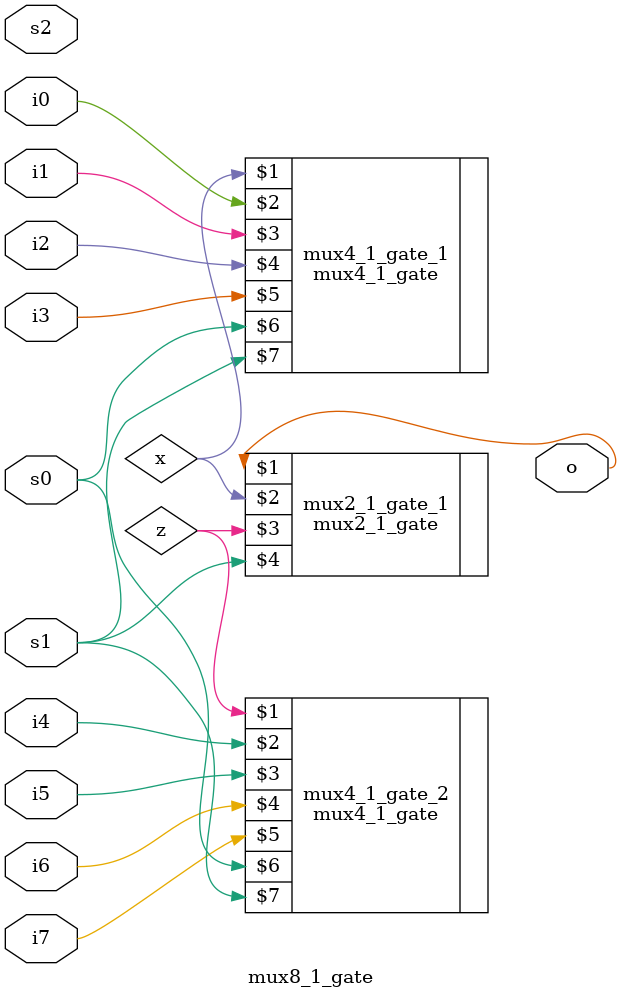
<source format=v>
module mux8_1_gate(o,i0,i1,i2,i3,i4,i5,i6,i7,s0,s1,s2);
input i0,i1,i2,i3,i4,i5,i6,i7,s0,s1,s2;
output o;
wire x,z;
mux4_1_gate mux4_1_gate_1(x,i0,i1,i2,i3,s0,s1);
mux4_1_gate mux4_1_gate_2(z,i4,i5,i6,i7,s0,s1);
mux2_1_gate mux2_1_gate_1(o,x,z,s1);
endmodule


</source>
